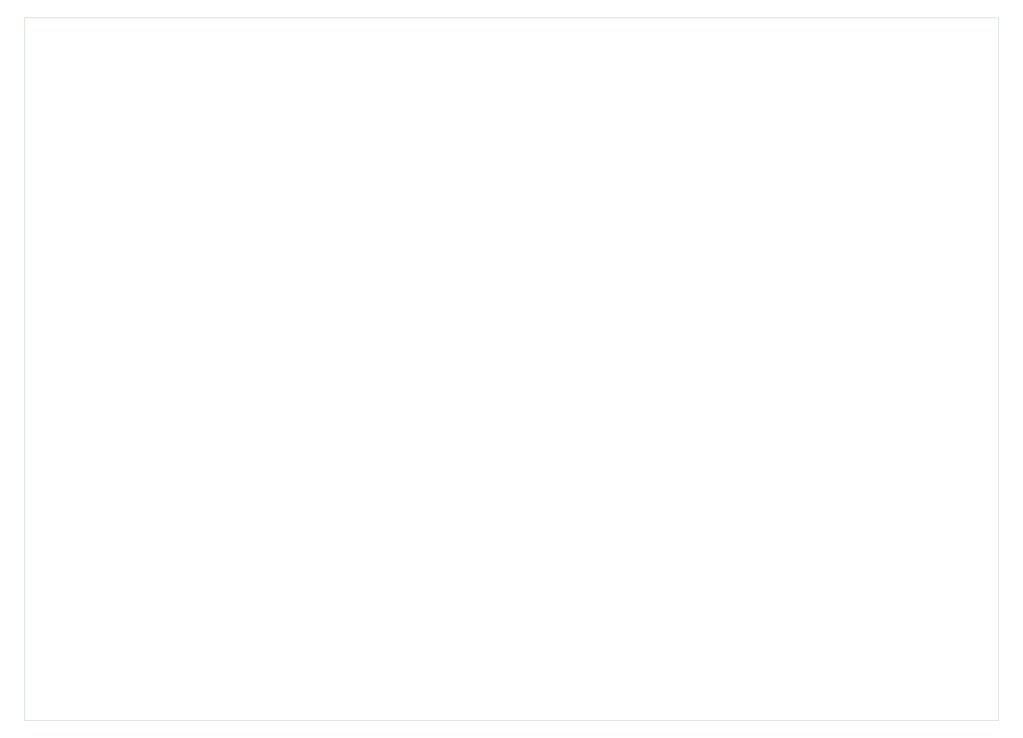
<source format=gbr>
%TF.GenerationSoftware,KiCad,Pcbnew,(6.0.5)*%
%TF.CreationDate,2022-12-30T15:28:45-07:00*%
%TF.ProjectId,Thermometry_Enclosure,54686572-6d6f-46d6-9574-72795f456e63,rev?*%
%TF.SameCoordinates,Original*%
%TF.FileFunction,Profile,NP*%
%FSLAX46Y46*%
G04 Gerber Fmt 4.6, Leading zero omitted, Abs format (unit mm)*
G04 Created by KiCad (PCBNEW (6.0.5)) date 2022-12-30 15:28:45*
%MOMM*%
%LPD*%
G01*
G04 APERTURE LIST*
%TA.AperFunction,Profile*%
%ADD10C,0.100000*%
%TD*%
G04 APERTURE END LIST*
D10*
X-32155000Y8000000D02*
X384845000Y8000000D01*
X384845000Y8000000D02*
X384845000Y-292600000D01*
X-32155000Y8000000D02*
X-32155000Y-292600000D01*
X-32155000Y-292600000D02*
X384845000Y-292600000D01*
M02*

</source>
